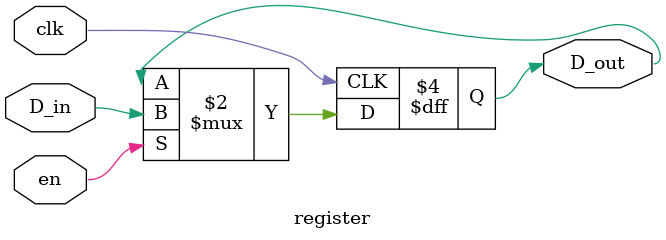
<source format=v>
`timescale 1ns / 1ps

module register (clk,en,D_in,D_out);

input clk;
input en;
input D_in;
output reg D_out;

always @ (posedge clk)
    begin
        if (en)
            D_out <= D_in;
    end
endmodule

</source>
